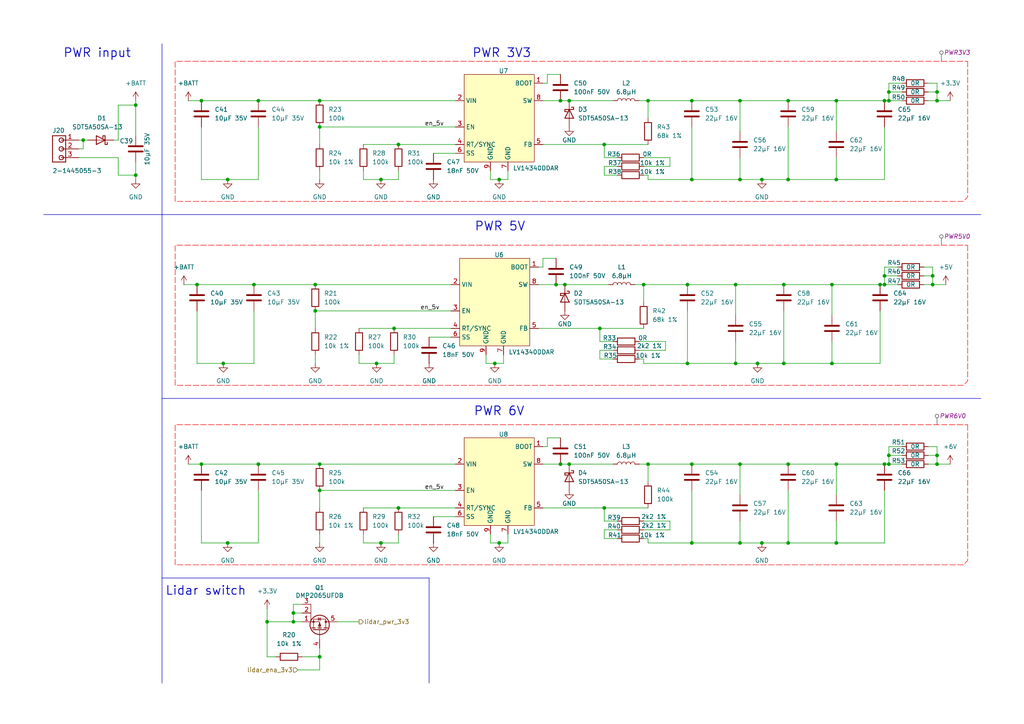
<source format=kicad_sch>
(kicad_sch (version 20250114) (generator "eeschema") (generator_version "9.0")
  (paper "A4")
  (text "Lidar switch" (at 59.69 171.45 0) (effects (font (size 2.54 2.54) (thickness 0.254) (bold yes))))
  (text "PWR input" (at 28.194 15.494 0) (effects (font (size 2.54 2.54) (thickness 0.254) (bold yes))))
  (text "PWR 5V" (at 145.034 65.786 0) (effects (font (size 2.54 2.54) (thickness 0.254) (bold yes))))
  (text "PWR 6V" (at 144.78 119.38 0) (effects (font (size 2.54 2.54) (thickness 0.254) (bold yes))))
  (text "PWR 3V3" (at 145.542 15.494 0) (effects (font (size 2.54 2.54) (thickness 0.254) (bold yes))))
  (junction (at 92.71 29.21))
  (junction (at 144.78 157.48))
  (junction (at 256.54 80.01))
  (junction (at 85.09 177.8))
  (junction (at 187.96 134.62))
  (junction (at 58.42 29.21))
  (junction (at 85.09 180.34))
  (junction (at 110.49 52.07))
  (junction (at 257.81 134.62))
  (junction (at 200.66 157.48))
  (junction (at 66.04 157.48))
  (junction (at 213.36 105.41))
  (junction (at 57.15 82.55))
  (junction (at 242.57 157.48))
  (junction (at 77.47 180.34))
  (junction (at 242.57 134.62))
  (junction (at 64.77 105.41))
  (junction (at 270.51 82.55))
  (junction (at 220.98 157.48))
  (junction (at 161.29 82.55))
  (junction (at 200.66 29.21))
  (junction (at 187.96 29.21))
  (junction (at 39.37 30.48))
  (junction (at 175.26 41.91))
  (junction (at 114.3 95.25))
  (junction (at 256.54 134.62))
  (junction (at 228.6 52.07))
  (junction (at 242.57 29.21))
  (junction (at 214.63 134.62))
  (junction (at 271.78 26.67))
  (junction (at 24.13 40.64))
  (junction (at 73.66 82.55))
  (junction (at 200.66 52.07))
  (junction (at 255.27 82.55))
  (junction (at 228.6 157.48))
  (junction (at 143.51 105.41))
  (junction (at 110.49 157.48))
  (junction (at 163.83 82.55))
  (junction (at 214.63 157.48))
  (junction (at 162.56 134.62))
  (junction (at 227.33 82.55))
  (junction (at 199.39 105.41))
  (junction (at 241.3 82.55))
  (junction (at 241.3 105.41))
  (junction (at 115.57 41.91))
  (junction (at 91.44 90.17))
  (junction (at 219.71 105.41))
  (junction (at 109.22 105.41))
  (junction (at 271.78 132.08))
  (junction (at 165.1 29.21))
  (junction (at 92.71 36.83))
  (junction (at 200.66 134.62))
  (junction (at 74.93 29.21))
  (junction (at 228.6 29.21))
  (junction (at 257.81 132.08))
  (junction (at 175.26 147.32))
  (junction (at 213.36 82.55))
  (junction (at 199.39 82.55))
  (junction (at 220.98 52.07))
  (junction (at 271.78 29.21))
  (junction (at 214.63 52.07))
  (junction (at 74.93 134.62))
  (junction (at 256.54 29.21))
  (junction (at 58.42 134.62))
  (junction (at 227.33 105.41))
  (junction (at 228.6 134.62))
  (junction (at 92.71 190.5))
  (junction (at 92.71 142.24))
  (junction (at 270.51 80.01))
  (junction (at 144.78 52.07))
  (junction (at 257.81 29.21))
  (junction (at 66.04 52.07))
  (junction (at 115.57 147.32))
  (junction (at 257.81 26.67))
  (junction (at 165.1 134.62))
  (junction (at 186.69 82.55))
  (junction (at 242.57 52.07))
  (junction (at 92.71 134.62))
  (junction (at 256.54 82.55))
  (junction (at 214.63 29.21))
  (junction (at 271.78 134.62))
  (junction (at 39.37 50.8))
  (junction (at 162.56 29.21))
  (junction (at 91.44 82.55))
  (junction (at 173.99 95.25))
  (wire (pts (xy 114.3 95.25) (xy 130.81 95.25)))
  (wire (pts (xy 228.6 157.48) (xy 242.57 157.48)))
  (wire (pts (xy 186.69 45.72) (xy 194.31 45.72)))
  (wire (pts (xy 242.57 45.72) (xy 242.57 52.07)))
  (wire (pts (xy 158.75 21.59) (xy 158.75 24.13)))
  (wire (pts (xy 87.63 175.26) (xy 85.09 175.26)))
  (wire (pts (xy 142.24 52.07) (xy 142.24 49.53)))
  (wire (pts (xy 66.04 157.48) (xy 74.93 157.48)))
  (wire (pts (xy 173.99 104.14) (xy 177.8 104.14)))
  (wire (pts (xy 77.47 180.34) (xy 85.09 180.34)))
  (wire (pts (xy 34.29 40.64) (xy 34.29 30.48)))
  (wire (pts (xy 115.57 41.91) (xy 132.08 41.91)))
  (wire (pts (xy 213.36 82.55) (xy 227.33 82.55)))
  (wire (pts (xy 105.41 157.48) (xy 110.49 157.48)))
  (wire (pts (xy 260.35 77.47) (xy 256.54 77.47)))
  (wire (pts (xy 194.31 48.26) (xy 194.31 45.72)))
  (wire (pts (xy 74.93 157.48) (xy 74.93 142.24)))
  (wire (pts (xy 261.62 24.13) (xy 257.81 24.13)))
  (wire (pts (xy 173.99 99.06) (xy 177.8 99.06)))
  (wire (pts (xy 147.32 157.48) (xy 144.78 157.48)))
  (wire (pts (xy 97.79 180.34) (xy 104.14 180.34)))
  (wire (pts (xy 267.97 77.47) (xy 270.51 77.47)))
  (wire (pts (xy 271.78 29.21) (xy 269.24 29.21)))
  (wire (pts (xy 242.57 29.21) (xy 228.6 29.21)))
  (wire (pts (xy 85.09 177.8) (xy 87.63 177.8)))
  (wire (pts (xy 57.15 82.55) (xy 73.66 82.55)))
  (wire (pts (xy 187.96 157.48) (xy 187.96 156.21)))
  (wire (pts (xy 179.07 151.13) (xy 175.26 151.13)))
  (wire (pts (xy 22.86 43.18) (xy 24.13 43.18)))
  (wire (pts (xy 109.22 105.41) (xy 114.3 105.41)))
  (wire (pts (xy 22.86 45.72) (xy 34.29 45.72)))
  (wire (pts (xy 162.56 21.59) (xy 158.75 21.59)))
  (wire (pts (xy 214.63 143.51) (xy 214.63 134.62)))
  (wire (pts (xy 187.96 52.07) (xy 200.66 52.07)))
  (wire (pts (xy 228.6 36.83) (xy 228.6 52.07)))
  (wire (pts (xy 158.75 127) (xy 158.75 129.54)))
  (wire (pts (xy 187.96 134.62) (xy 187.96 139.7)))
  (wire (pts (xy 257.81 134.62) (xy 261.62 134.62)))
  (wire (pts (xy 214.63 151.13) (xy 214.63 157.48)))
  (wire (pts (xy 214.63 45.72) (xy 214.63 52.07)))
  (wire (pts (xy 39.37 39.37) (xy 39.37 30.48)))
  (wire (pts (xy 105.41 52.07) (xy 105.41 49.53)))
  (wire (pts (xy 187.96 134.62) (xy 200.66 134.62)))
  (wire (pts (xy 256.54 36.83) (xy 256.54 52.07)))
  (wire (pts (xy 220.98 157.48) (xy 228.6 157.48)))
  (wire (pts (xy 142.24 52.07) (xy 144.78 52.07)))
  (wire (pts (xy 57.15 105.41) (xy 64.77 105.41)))
  (wire (pts (xy 260.35 80.01) (xy 256.54 80.01)))
  (wire (pts (xy 74.93 134.62) (xy 92.71 134.62)))
  (wire (pts (xy 165.1 29.21) (xy 177.8 29.21)))
  (wire (pts (xy 175.26 50.8) (xy 179.07 50.8)))
  (wire (pts (xy 157.48 74.93) (xy 157.48 77.47)))
  (wire (pts (xy 261.62 26.67) (xy 257.81 26.67)))
  (wire (pts (xy 242.57 52.07) (xy 256.54 52.07)))
  (wire (pts (xy 58.42 52.07) (xy 66.04 52.07)))
  (wire (pts (xy 271.78 134.62) (xy 275.59 134.62)))
  (wire (pts (xy 186.69 48.26) (xy 194.31 48.26)))
  (wire (pts (xy 228.6 142.24) (xy 228.6 157.48)))
  (wire (pts (xy 269.24 26.67) (xy 271.78 26.67)))
  (wire (pts (xy 85.09 175.26) (xy 85.09 177.8)))
  (wire (pts (xy 156.21 82.55) (xy 161.29 82.55)))
  (wire (pts (xy 85.09 177.8) (xy 85.09 180.34)))
  (wire (pts (xy 157.48 29.21) (xy 162.56 29.21)))
  (wire (pts (xy 270.51 82.55) (xy 267.97 82.55)))
  (wire (pts (xy 74.93 52.07) (xy 74.93 36.83)))
  (wire (pts (xy 179.07 153.67) (xy 175.26 153.67)))
  (wire (pts (xy 186.69 82.55) (xy 186.69 87.63)))
  (wire (pts (xy 242.57 151.13) (xy 242.57 157.48)))
  (wire (pts (xy 213.36 99.06) (xy 213.36 105.41)))
  (wire (pts (xy 186.69 153.67) (xy 194.31 153.67)))
  (wire (pts (xy 85.09 180.34) (xy 87.63 180.34)))
  (wire (pts (xy 104.14 105.41) (xy 109.22 105.41)))
  (wire (pts (xy 261.62 129.54) (xy 257.81 129.54)))
  (wire (pts (xy 157.48 147.32) (xy 175.26 147.32)))
  (wire (pts (xy 257.81 29.21) (xy 261.62 29.21)))
  (wire (pts (xy 255.27 90.17) (xy 255.27 105.41)))
  (wire (pts (xy 115.57 157.48) (xy 115.57 154.94)))
  (wire (pts (xy 241.3 91.44) (xy 241.3 82.55)))
  (wire (pts (xy 175.26 41.91) (xy 175.26 45.72)))
  (wire (pts (xy 162.56 127) (xy 158.75 127)))
  (wire (pts (xy 256.54 134.62) (xy 257.81 134.62)))
  (wire (pts (xy 173.99 95.25) (xy 173.99 99.06)))
  (wire (pts (xy 87.63 190.5) (xy 92.71 190.5)))
  (wire (pts (xy 242.57 134.62) (xy 256.54 134.62)))
  (wire (pts (xy 184.15 82.55) (xy 186.69 82.55)))
  (polyline (pts (xy 46.99 115.57) (xy 284.48 115.57)))
  (wire (pts (xy 34.29 50.8) (xy 39.37 50.8)))
  (wire (pts (xy 163.83 82.55) (xy 176.53 82.55)))
  (polyline (pts (xy 46.99 167.64) (xy 124.46 167.64)))
  (wire (pts (xy 257.81 129.54) (xy 257.81 132.08)))
  (wire (pts (xy 186.69 151.13) (xy 194.31 151.13)))
  (wire (pts (xy 53.34 82.55) (xy 57.15 82.55)))
  (wire (pts (xy 185.42 134.62) (xy 187.96 134.62)))
  (wire (pts (xy 256.54 80.01) (xy 256.54 82.55)))
  (wire (pts (xy 110.49 157.48) (xy 115.57 157.48)))
  (wire (pts (xy 242.57 38.1) (xy 242.57 29.21)))
  (wire (pts (xy 92.71 134.62) (xy 132.08 134.62)))
  (wire (pts (xy 73.66 82.55) (xy 91.44 82.55)))
  (wire (pts (xy 34.29 40.64) (xy 33.02 40.64)))
  (wire (pts (xy 186.69 156.21) (xy 187.96 156.21)))
  (wire (pts (xy 92.71 29.21) (xy 132.08 29.21)))
  (wire (pts (xy 74.93 29.21) (xy 92.71 29.21)))
  (wire (pts (xy 91.44 90.17) (xy 91.44 95.25)))
  (wire (pts (xy 161.29 74.93) (xy 157.48 74.93)))
  (wire (pts (xy 257.81 132.08) (xy 257.81 134.62)))
  (wire (pts (xy 269.24 129.54) (xy 271.78 129.54)))
  (wire (pts (xy 256.54 82.55) (xy 260.35 82.55)))
  (wire (pts (xy 185.42 101.6) (xy 193.04 101.6)))
  (wire (pts (xy 199.39 90.17) (xy 199.39 105.41)))
  (wire (pts (xy 175.26 156.21) (xy 179.07 156.21)))
  (polyline (pts (xy 46.99 12.7) (xy 46.99 198.12)))
  (wire (pts (xy 156.21 95.25) (xy 173.99 95.25)))
  (wire (pts (xy 58.42 157.48) (xy 66.04 157.48)))
  (wire (pts (xy 173.99 95.25) (xy 186.69 95.25)))
  (wire (pts (xy 242.57 157.48) (xy 256.54 157.48)))
  (wire (pts (xy 105.41 157.48) (xy 105.41 154.94)))
  (wire (pts (xy 157.48 129.54) (xy 158.75 129.54)))
  (wire (pts (xy 77.47 190.5) (xy 77.47 180.34)))
  (wire (pts (xy 179.07 48.26) (xy 175.26 48.26)))
  (wire (pts (xy 214.63 157.48) (xy 220.98 157.48)))
  (wire (pts (xy 157.48 24.13) (xy 158.75 24.13)))
  (wire (pts (xy 39.37 50.8) (xy 39.37 46.99)))
  (wire (pts (xy 147.32 157.48) (xy 147.32 154.94)))
  (wire (pts (xy 242.57 143.51) (xy 242.57 134.62)))
  (wire (pts (xy 66.04 52.07) (xy 74.93 52.07)))
  (wire (pts (xy 114.3 105.41) (xy 114.3 102.87)))
  (wire (pts (xy 214.63 38.1) (xy 214.63 29.21)))
  (wire (pts (xy 142.24 157.48) (xy 144.78 157.48)))
  (wire (pts (xy 92.71 190.5) (xy 92.71 194.31)))
  (wire (pts (xy 39.37 29.21) (xy 39.37 30.48)))
  (wire (pts (xy 34.29 45.72) (xy 34.29 50.8)))
  (wire (pts (xy 162.56 29.21) (xy 165.1 29.21)))
  (wire (pts (xy 241.3 99.06) (xy 241.3 105.41)))
  (wire (pts (xy 242.57 134.62) (xy 228.6 134.62)))
  (wire (pts (xy 110.49 52.07) (xy 115.57 52.07)))
  (wire (pts (xy 270.51 82.55) (xy 274.32 82.55)))
  (wire (pts (xy 227.33 105.41) (xy 241.3 105.41)))
  (wire (pts (xy 54.61 29.21) (xy 58.42 29.21)))
  (wire (pts (xy 220.98 52.07) (xy 228.6 52.07)))
  (wire (pts (xy 175.26 147.32) (xy 187.96 147.32)))
  (wire (pts (xy 146.05 105.41) (xy 143.51 105.41)))
  (wire (pts (xy 199.39 82.55) (xy 213.36 82.55)))
  (wire (pts (xy 213.36 91.44) (xy 213.36 82.55)))
  (wire (pts (xy 54.61 134.62) (xy 58.42 134.62)))
  (wire (pts (xy 105.41 41.91) (xy 115.57 41.91)))
  (wire (pts (xy 104.14 105.41) (xy 104.14 102.87)))
  (wire (pts (xy 219.71 105.41) (xy 227.33 105.41)))
  (wire (pts (xy 91.44 102.87) (xy 91.44 105.41)))
  (wire (pts (xy 92.71 49.53) (xy 92.71 52.07)))
  (wire (pts (xy 115.57 147.32) (xy 132.08 147.32)))
  (wire (pts (xy 186.69 105.41) (xy 199.39 105.41)))
  (wire (pts (xy 24.13 40.64) (xy 25.4 40.64)))
  (wire (pts (xy 187.96 29.21) (xy 187.96 34.29)))
  (wire (pts (xy 256.54 29.21) (xy 257.81 29.21)))
  (wire (pts (xy 270.51 77.47) (xy 270.51 80.01)))
  (wire (pts (xy 186.69 50.8) (xy 187.96 50.8)))
  (wire (pts (xy 161.29 82.55) (xy 163.83 82.55)))
  (wire (pts (xy 269.24 24.13) (xy 271.78 24.13)))
  (wire (pts (xy 241.3 82.55) (xy 227.33 82.55)))
  (wire (pts (xy 105.41 52.07) (xy 110.49 52.07)))
  (wire (pts (xy 241.3 82.55) (xy 255.27 82.55)))
  (wire (pts (xy 165.1 134.62) (xy 177.8 134.62)))
  (wire (pts (xy 214.63 134.62) (xy 228.6 134.62)))
  (wire (pts (xy 199.39 105.41) (xy 213.36 105.41)))
  (wire (pts (xy 200.66 157.48) (xy 214.63 157.48)))
  (wire (pts (xy 185.42 99.06) (xy 193.04 99.06)))
  (wire (pts (xy 34.29 30.48) (xy 39.37 30.48)))
  (wire (pts (xy 177.8 101.6) (xy 173.99 101.6)))
  (wire (pts (xy 242.57 29.21) (xy 256.54 29.21)))
  (wire (pts (xy 57.15 90.17) (xy 57.15 105.41)))
  (wire (pts (xy 241.3 105.41) (xy 255.27 105.41)))
  (wire (pts (xy 92.71 36.83) (xy 92.71 41.91)))
  (wire (pts (xy 91.44 82.55) (xy 130.81 82.55)))
  (wire (pts (xy 185.42 29.21) (xy 187.96 29.21)))
  (wire (pts (xy 73.66 105.41) (xy 73.66 90.17)))
  (wire (pts (xy 175.26 147.32) (xy 175.26 151.13)))
  (wire (pts (xy 257.81 24.13) (xy 257.81 26.67)))
  (wire (pts (xy 175.26 153.67) (xy 175.26 156.21)))
  (wire (pts (xy 214.63 29.21) (xy 228.6 29.21)))
  (wire (pts (xy 92.71 36.83) (xy 132.08 36.83)))
  (wire (pts (xy 147.32 52.07) (xy 147.32 49.53)))
  (wire (pts (xy 86.36 194.31) (xy 92.71 194.31)))
  (wire (pts (xy 214.63 52.07) (xy 220.98 52.07)))
  (wire (pts (xy 175.26 45.72) (xy 179.07 45.72)))
  (wire (pts (xy 175.26 41.91) (xy 187.96 41.91)))
  (wire (pts (xy 58.42 29.21) (xy 74.93 29.21)))
  (wire (pts (xy 77.47 176.53) (xy 77.47 180.34)))
  (wire (pts (xy 92.71 142.24) (xy 132.08 142.24)))
  (wire (pts (xy 194.31 153.67) (xy 194.31 151.13)))
  (wire (pts (xy 104.14 95.25) (xy 114.3 95.25)))
  (wire (pts (xy 187.96 29.21) (xy 200.66 29.21)))
  (wire (pts (xy 267.97 80.01) (xy 270.51 80.01)))
  (wire (pts (xy 24.13 43.18) (xy 24.13 40.64)))
  (wire (pts (xy 200.66 142.24) (xy 200.66 157.48)))
  (wire (pts (xy 157.48 41.91) (xy 175.26 41.91)))
  (wire (pts (xy 92.71 142.24) (xy 92.71 147.32)))
  (wire (pts (xy 58.42 142.24) (xy 58.42 157.48)))
  (wire (pts (xy 200.66 134.62) (xy 214.63 134.62)))
  (wire (pts (xy 257.81 26.67) (xy 257.81 29.21)))
  (wire (pts (xy 271.78 129.54) (xy 271.78 132.08)))
  (wire (pts (xy 200.66 52.07) (xy 214.63 52.07)))
  (wire (pts (xy 142.24 157.48) (xy 142.24 154.94)))
  (wire (pts (xy 261.62 132.08) (xy 257.81 132.08)))
  (wire (pts (xy 271.78 134.62) (xy 269.24 134.62)))
  (polyline (pts (xy 46.99 62.23) (xy 284.48 62.23)))
  (wire (pts (xy 173.99 101.6) (xy 173.99 104.14)))
  (wire (pts (xy 256.54 77.47) (xy 256.54 80.01)))
  (wire (pts (xy 58.42 36.83) (xy 58.42 52.07)))
  (wire (pts (xy 91.44 90.17) (xy 130.81 90.17)))
  (wire (pts (xy 271.78 132.08) (xy 271.78 134.62)))
  (wire (pts (xy 124.46 97.79) (xy 130.81 97.79)))
  (wire (pts (xy 147.32 52.07) (xy 144.78 52.07)))
  (wire (pts (xy 125.73 44.45) (xy 132.08 44.45)))
  (wire (pts (xy 256.54 142.24) (xy 256.54 157.48)))
  (wire (pts (xy 186.69 105.41) (xy 186.69 104.14)))
  (wire (pts (xy 187.96 157.48) (xy 200.66 157.48)))
  (wire (pts (xy 125.73 149.86) (xy 132.08 149.86)))
  (wire (pts (xy 140.97 105.41) (xy 140.97 102.87)))
  (wire (pts (xy 271.78 24.13) (xy 271.78 26.67)))
  (wire (pts (xy 162.56 134.62) (xy 165.1 134.62)))
  (wire (pts (xy 271.78 26.67) (xy 271.78 29.21)))
  (wire (pts (xy 157.48 134.62) (xy 162.56 134.62)))
  (wire (pts (xy 39.37 52.07) (xy 39.37 50.8)))
  (wire (pts (xy 187.96 52.07) (xy 187.96 50.8)))
  (wire (pts (xy 22.86 40.64) (xy 24.13 40.64)))
  (wire (pts (xy 200.66 36.83) (xy 200.66 52.07)))
  (wire (pts (xy 269.24 132.08) (xy 271.78 132.08)))
  (wire (pts (xy 92.71 154.94) (xy 92.71 157.48)))
  (wire (pts (xy 213.36 105.41) (xy 219.71 105.41)))
  (wire (pts (xy 105.41 147.32) (xy 115.57 147.32)))
  (polyline (pts (xy 12.7 62.23) (xy 46.99 62.23)))
  (wire (pts (xy 270.51 80.01) (xy 270.51 82.55)))
  (wire (pts (xy 255.27 82.55) (xy 256.54 82.55)))
  (wire (pts (xy 80.01 190.5) (xy 77.47 190.5)))
  (wire (pts (xy 185.42 104.14) (xy 186.69 104.14)))
  (wire (pts (xy 271.78 29.21) (xy 275.59 29.21)))
  (wire (pts (xy 140.97 105.41) (xy 143.51 105.41)))
  (wire (pts (xy 156.21 77.47) (xy 157.48 77.47)))
  (wire (pts (xy 92.71 190.5) (xy 92.71 187.96)))
  (polyline (pts (xy 124.46 167.64) (xy 124.46 198.12)))
  (wire (pts (xy 146.05 105.41) (xy 146.05 102.87)))
  (wire (pts (xy 228.6 52.07) (xy 242.57 52.07)))
  (wire (pts (xy 193.04 101.6) (xy 193.04 99.06)))
  (wire (pts (xy 175.26 48.26) (xy 175.26 50.8)))
  (wire (pts (xy 200.66 29.21) (xy 214.63 29.21)))
  (wire (pts (xy 186.69 82.55) (xy 199.39 82.55)))
  (wire (pts (xy 58.42 134.62) (xy 74.93 134.62)))
  (wire (pts (xy 115.57 52.07) (xy 115.57 49.53)))
  (wire (pts (xy 64.77 105.41) (xy 73.66 105.41)))
  (wire (pts (xy 227.33 90.17) (xy 227.33 105.41)))
  (label "en_5v" (at 121.92 90.17 0))
  (label "en_5v" (at 123.19 36.83 0))
  (label "en_5v" (at 123.19 142.24 0))
  (hierarchical_label "lidar_ena_3v3" (shape input) (at 86.36 194.31 180))
  (hierarchical_label "lidar_pwr_3v3" (shape output) (at 104.14 180.34 0))
  (rule_area (polyline (pts (xy 280.67 123.19) (xy 280.67 162.56) (xy 279.4 163.83) (xy 50.8 163.83) (xy 50.8 123.19)) (stroke (width 0) (type dash))))
  (rule_area (polyline (pts (xy 280.67 17.78) (xy 280.67 57.15) (xy 279.4 58.42) (xy 50.8 58.42) (xy 50.8 17.78)) (stroke (width 0) (type dash))))
  (rule_area (polyline (pts (xy 280.67 71.12) (xy 280.67 110.49) (xy 279.4 111.76) (xy 50.8 111.76) (xy 50.8 71.12)) (stroke (width 0) (type dash))))
  (netclass_flag "" (length 2.54) (shape round) (at 273.05 17.78 0) (property "Component Class" "PWR3V3" (at 273.7485 15.24 0) (effects (font (italic yes)) (justify left))))
  (netclass_flag "" (length 2.54) (shape round) (at 273.05 71.12 0) (property "Component Class" "PWR5V0" (at 273.7485 68.58 0) (effects (font (italic yes)) (justify left))))
  (netclass_flag "" (length 2.54) (shape round) (at 271.78 123.19 0) (property "Component Class" "PWR6V0" (at 272.4785 120.65 0) (effects (font (italic yes)) (justify left))))
  (symbol (lib_id "cocotter_capacitors:C_10µF_35V_1206") (at 57.15 86.36 0) (unit 1)
    (property "Reference" "C40" (at 60.96 85.0899 0) (effects (justify left)))
    (property "Value" "10µF 35V" (at 60.96 87.6299 0) (effects (justify left)))
    (property "Footprint" "cocotter_capacitors:C_1206_3216Metric" (effects (hide yes)))
    (property "Description" "Unpolarized capacitor" (effects (hide yes)))
    (property "Specification" "10µF 35V X7R 1206" (effects (hide yes)))
    (property "jlcpcb" "C454102" (effects (hide yes)))
  )
  (symbol (lib_id "cocotter_diodes:SDT5A50SA-13") (at 165.1 33.02 270) (unit 1)
    (property "Reference" "D3" (at 167.64 31.7499 90) (effects (justify left)))
    (property "Value" "SDT5A50SA-13" (at 167.64 34.2899 90) (effects (justify left)))
    (property "Footprint" "cocotter_diodes:D_SMA" (effects (hide yes)))
    (property "Datasheet" "https://www.mouser.fr/datasheet/2/115/DIOD_S_A0006646692_1-2542970.pdf" (effects (hide yes)))
    (property "Description" "50V 520mV@5A 5A SOD-123 Schottky Barrier Diodes" (effects (hide yes)))
    (property "Sim.Device" "D" (effects (hide yes)))
    (property "Sim.Pins" "1=K 2=A" (effects (hide yes)))
    (property "specification" "Vfmax=520mV@5A, Imax = 5A, VR max = 50V" (effects (hide yes)))
    (property "JLCPCB Part #" "C6802582" (effects (hide yes)))
  )
  (symbol (lib_id "power:GND") (at 220.98 157.48 0) (unit 1)
    (property "Reference" "#PWR094" (effects (hide yes)))
    (property "Value" "GND" (at 220.98 162.56 0))
    (property "Description" "Power symbol creates a global label with name \"GND\" , ground" (effects (hide yes)))
  )
  (symbol (lib_id "power:GND") (at 124.46 105.41 0) (unit 1)
    (property "Reference" "#PWR083" (effects (hide yes)))
    (property "Value" "GND" (at 124.46 110.49 0))
    (property "Description" "Power symbol creates a global label with name \"GND\" , ground" (effects (hide yes)))
  )
  (symbol (lib_id "cocotter_resistors:R_10k_0603_1%") (at 92.71 45.72 0) (unit 1)
    (property "Reference" "R24" (at 95.25 44.4499 0) (effects (justify left)))
    (property "Value" "10k 1%" (at 95.25 46.9899 0) (effects (justify left)))
    (property "Footprint" "cocotter_resistor:r0603_reflow" (effects (hide yes)))
    (property "Description" "Resistor" (effects (hide yes)))
    (property "Specification" "10k 0603 1% 100mW" (effects (hide yes)))
    (property "mouser" "603-RC0603FR-10100KL" (effects (hide yes)))
    (property "JLCPCB Part #" "C25804" (effects (hide yes)))
  )
  (symbol (lib_id "power:GND") (at 163.83 90.17 0) (unit 1)
    (property "Reference" "#PWR089" (effects (hide yes)))
    (property "Value" "GND" (at 163.83 93.98 0))
    (property "Description" "Power symbol creates a global label with name \"GND\" , ground" (effects (hide yes)))
  )
  (symbol (lib_id "power:+5V") (at 274.32 82.55 0) (unit 1)
    (property "Reference" "#PWR095" (effects (hide yes)))
    (property "Value" "+5V" (at 274.32 77.47 0))
    (property "Description" "Power symbol creates a global label with name \"+5V\"" (effects (hide yes)))
  )
  (symbol (lib_id "cocotter_capacitors:C_22µF_16V_1206_X5R") (at 241.3 95.25 0) (unit 1)
    (property "Reference" "C61" (at 245.11 93.9799 0) (effects (justify left)))
    (property "Value" "22µF 16V" (at 245.11 96.5199 0) (effects (justify left)))
    (property "Footprint" "cocotter_capacitors:C_1206_3216Metric" (effects (hide yes)))
    (property "Description" "Unpolarized capacitor" (effects (hide yes)))
    (property "Specification" "10µF 16V X7R 0805 " (effects (hide yes)))
  )
  (symbol (lib_id "cocotter_ic:LV14340DDAR") (at 144.78 87.63 0) (unit 1)
    (property "Reference" "U6" (at 144.78 73.914 0))
    (property "Value" "LV14340DDAR" (at 154.178 102.108 0))
    (property "Footprint" "cocotter_ic:DDA0008B" (effects (hide yes)))
    (property "Datasheet" "https://www.ti.com/lit/ds/symlink/lv14340.pdf" (effects (hide yes)))
    (property "Description" "40V, 3.5A, 2MHz, Step-Down Converter" (effects (hide yes)))
  )
  (symbol (lib_id "cocotter_capacitors:C_22µF_16V_1206_X5R") (at 214.63 147.32 0) (unit 1)
    (property "Reference" "C57" (at 218.44 146.0499 0) (effects (justify left)))
    (property "Value" "22µF 16V" (at 218.44 148.5899 0) (effects (justify left)))
    (property "Footprint" "cocotter_capacitors:C_1206_3216Metric" (effects (hide yes)))
    (property "Description" "Unpolarized capacitor" (effects (hide yes)))
    (property "Specification" "10µF 16V X7R 0805 " (effects (hide yes)))
  )
  (symbol (lib_id "cocotter_resistors:R_100k_0603_1%") (at 114.3 99.06 0) (unit 1)
    (property "Reference" "R30" (at 116.84 97.7899 0) (effects (justify left)))
    (property "Value" "100k" (at 116.84 100.3299 0) (effects (justify left)))
    (property "Footprint" "cocotter_resistor:r0603_reflow" (effects (hide yes)))
    (property "Description" "Resistor" (effects (hide yes)))
    (property "Specification" "100k 0603 1% 100mW" (effects (hide yes)))
    (property "mouser" "603-RC0603FR-10100KL" (effects (hide yes)))
    (property "JLCPCB Part #" "C25803" (effects (hide yes)))
  )
  (symbol (lib_id "cocotter_inductors:BMRA0606306R8MA1") (at 181.61 29.21 90) (unit 1)
    (property "Reference" "L2" (at 181.61 24.13 90))
    (property "Value" "6.8µH" (at 181.61 26.67 90))
    (property "Footprint" "cocotter_inductors:BMRx00060630" (effects (hide yes)))
    (property "Datasheet" "https://www.mouser.fr/datasheet/2/447/BMRx_Series-2089782.pdf" (effects (hide yes)))
    (property "Description" "6.8 µH, I rms 8A, Isat 4.5A, DCR 60 mOhms" (effects (hide yes)))
    (property "JLCPCB Part #" "C2838323" (effects (hide yes)))
    (property "MOUSER" "581-LMLP07A7M2R2DTAS" (effects (hide yes)))
  )
  (symbol (lib_id "cocotter_capacitors:C_22µF_16V_1206_X5R") (at 200.66 138.43 0) (unit 1)
    (property "Reference" "C54" (at 204.47 137.1599 0) (effects (justify left)))
    (property "Value" "22µF 16V" (at 204.47 139.6999 0) (effects (justify left)))
    (property "Footprint" "cocotter_capacitors:C_1206_3216Metric" (effects (hide yes)))
    (property "Description" "Unpolarized capacitor" (effects (hide yes)))
    (property "Specification" "10µF 16V X7R 0805 " (effects (hide yes)))
  )
  (symbol (lib_id "cocotter_resistors:R_10k_0603_1%") (at 83.82 190.5 90) (unit 1)
    (property "Reference" "R20" (at 83.82 184.15 90))
    (property "Value" "10k 1%" (at 83.82 186.69 90))
    (property "Footprint" "cocotter_resistor:r0603_reflow" (effects (hide yes)))
    (property "Description" "Resistor" (effects (hide yes)))
    (property "Specification" "10k 0603 1% 100mW" (effects (hide yes)))
    (property "mouser" "603-RC0603FR-10100KL" (effects (hide yes)))
    (property "JLCPCB Part #" "C25804" (effects (hide yes)))
  )
  (symbol (lib_id "cocotter_capacitors:C_22µF_16V_1206_X5R") (at 255.27 86.36 0) (unit 1)
    (property "Reference" "C64" (at 259.08 85.0899 0) (effects (justify left)))
    (property "Value" "22µF 16V" (at 259.08 87.6299 0) (effects (justify left)))
    (property "Footprint" "cocotter_capacitors:C_1206_3216Metric" (effects (hide yes)))
    (property "Description" "Unpolarized capacitor" (effects (hide yes)))
    (property "Specification" "10µF 16V X7R 0805 " (effects (hide yes)))
  )
  (symbol (lib_id "power:GND") (at 165.1 142.24 0) (unit 1)
    (property "Reference" "#PWR091" (effects (hide yes)))
    (property "Value" "GND" (at 165.1 146.05 0))
    (property "Description" "Power symbol creates a global label with name \"GND\" , ground" (effects (hide yes)))
  )
  (symbol (lib_id "cocotter_resistors:R_68k_0603_1%") (at 187.96 38.1 0) (unit 1)
    (property "Reference" "R43" (at 190.5 36.8299 0) (effects (justify left)))
    (property "Value" "68k 1%" (at 190.5 39.3699 0) (effects (justify left)))
    (property "Footprint" "cocotter_resistor:r0603_reflow" (effects (hide yes)))
    (property "Description" "Resistor" (effects (hide yes)))
    (property "Specification" "68k 0603 1% 100mW" (effects (hide yes)))
    (property "JLCPCB Part #" "C23231" (effects (hide yes)))
  )
  (symbol (lib_id "power:+BATT") (at 54.61 29.21 0) (unit 1)
    (property "Reference" "#PWR071" (effects (hide yes)))
    (property "Value" "+BATT" (at 54.61 24.13 0))
    (property "Description" "Power symbol creates a global label with name \"+BATT\"" (effects (hide yes)))
  )
  (symbol (lib_id "power:GND") (at 144.78 157.48 0) (unit 1)
    (property "Reference" "#PWR088" (effects (hide yes)))
    (property "Value" "GND" (at 144.78 162.56 0))
    (property "Description" "Power symbol creates a global label with name \"GND\" , ground" (effects (hide yes)))
  )
  (symbol (lib_id "cocotter_resistors:R_2k2_0603_1%") (at 182.88 151.13 90) (unit 1)
    (property "Reference" "R39" (at 180.086 150.114 90) (effects (justify left)))
    (property "Value" "2k2 1%" (at 193.294 149.86 90) (effects (justify left)))
    (property "Footprint" "cocotter_resistor:r0603_reflow" (effects (hide yes)))
    (property "Description" "Resistor" (effects (hide yes)))
    (property "Specification" "2k2 0603 1% 100mW" (effects (hide yes)))
    (property "mouser" "603-RC0603FR-10100KL" (effects (hide yes)))
    (property "JLCPCB Part #" "C4190" (effects (hide yes)))
  )
  (symbol (lib_id "cocotter_capacitors:C_22µF_16V_1206_X5R") (at 228.6 33.02 0) (unit 1)
    (property "Reference" "C59" (at 232.41 31.7499 0) (effects (justify left)))
    (property "Value" "22µF 16V" (at 232.41 34.2899 0) (effects (justify left)))
    (property "Footprint" "cocotter_capacitors:C_1206_3216Metric" (effects (hide yes)))
    (property "Description" "Unpolarized capacitor" (effects (hide yes)))
    (property "Specification" "10µF 16V X7R 0805 " (effects (hide yes)))
  )
  (symbol (lib_id "cocotter_resistors:R_68k_0603_1%") (at 186.69 91.44 0) (unit 1)
    (property "Reference" "R42" (at 189.23 90.1699 0) (effects (justify left)))
    (property "Value" "68k 1%" (at 189.23 92.7099 0) (effects (justify left)))
    (property "Footprint" "cocotter_resistor:r0603_reflow" (effects (hide yes)))
    (property "Description" "Resistor" (effects (hide yes)))
    (property "Specification" "68k 0603 1% 100mW" (effects (hide yes)))
    (property "JLCPCB Part #" "C23231" (effects (hide yes)))
  )
  (symbol (lib_id "cocotter_resistors:R_0R_0603") (at 265.43 24.13 90) (unit 1)
    (property "Reference" "R48" (at 260.604 22.86 90))
    (property "Value" "0R" (at 265.43 24.13 90))
    (property "Footprint" "cocotter_resistor:r0603_reflow" (effects (hide yes)))
    (property "Description" "Resistor" (effects (hide yes)))
    (property "Specification" "0R 0603 20mOhms max 100mW" (effects (hide yes)))
    (property "JLCPCB Part #" "C431718" (effects (hide yes)))
  )
  (symbol (lib_id "power:+3.3V") (at 275.59 29.21 0) (mirror y) (unit 1)
    (property "Reference" "#PWR096" (effects (hide yes)))
    (property "Value" "+3.3V" (at 275.59 24.13 0))
    (property "Description" "Power symbol creates a global label with name \"+3.3V\"" (effects (hide yes)))
  )
  (symbol (lib_id "cocotter_capacitors:C_22µF_16V_1206_X5R") (at 199.39 86.36 0) (unit 1)
    (property "Reference" "C52" (at 203.2 85.0899 0) (effects (justify left)))
    (property "Value" "22µF 16V" (at 203.2 87.6299 0) (effects (justify left)))
    (property "Footprint" "cocotter_capacitors:C_1206_3216Metric" (effects (hide yes)))
    (property "Description" "Unpolarized capacitor" (effects (hide yes)))
    (property "Specification" "10µF 16V X7R 0805 " (effects (hide yes)))
  )
  (symbol (lib_id "cocotter_capacitors:C_18nF_50V_0603") (at 125.73 48.26 0) (unit 1)
    (property "Reference" "C47" (at 129.54 46.9899 0) (effects (justify left)))
    (property "Value" "18nF 50V" (at 129.54 49.5299 0) (effects (justify left)))
    (property "Footprint" "cocotter_capacitors:C_0603_1608Metric" (effects (hide yes)))
    (property "Description" "Unpolarized capacitor tol +/-10%" (effects (hide yes)))
    (property "Specification" "18nF 50V X7R 0603 " (effects (hide yes)))
    (property "JLCPCB Part #" "C107079 " (effects (hide yes)))
  )
  (symbol (lib_id "power:+BATT") (at 54.61 134.62 0) (unit 1)
    (property "Reference" "#PWR072" (effects (hide yes)))
    (property "Value" "+BATT" (at 54.61 129.54 0))
    (property "Description" "Power symbol creates a global label with name \"+BATT\"" (effects (hide yes)))
  )
  (symbol (lib_id "cocotter_capacitors:C_22µF_16V_1206_X5R") (at 213.36 95.25 0) (unit 1)
    (property "Reference" "C55" (at 217.17 93.9799 0) (effects (justify left)))
    (property "Value" "22µF 16V" (at 217.17 96.5199 0) (effects (justify left)))
    (property "Footprint" "cocotter_capacitors:C_1206_3216Metric" (effects (hide yes)))
    (property "Description" "Unpolarized capacitor" (effects (hide yes)))
    (property "Specification" "10µF 16V X7R 0805 " (effects (hide yes)))
  )
  (symbol (lib_id "cocotter_resistors:R_100k_0603_1%") (at 105.41 45.72 0) (unit 1)
    (property "Reference" "R28" (at 107.95 44.4499 0) (effects (justify left)))
    (property "Value" "100k" (at 107.95 46.9899 0) (effects (justify left)))
    (property "Footprint" "cocotter_resistor:r0603_reflow" (effects (hide yes)))
    (property "Description" "Resistor" (effects (hide yes)))
    (property "Specification" "100k 0603 1% 100mW" (effects (hide yes)))
    (property "mouser" "603-RC0603FR-10100KL" (effects (hide yes)))
    (property "JLCPCB Part #" "C25803" (effects (hide yes)))
  )
  (symbol (lib_id "cocotter_resistors:R_10k_0603_1%") (at 91.44 99.06 0) (unit 1)
    (property "Reference" "R22" (at 93.98 97.7899 0) (effects (justify left)))
    (property "Value" "10k 1%" (at 93.98 100.3299 0) (effects (justify left)))
    (property "Footprint" "cocotter_resistor:r0603_reflow" (effects (hide yes)))
    (property "Description" "Resistor" (effects (hide yes)))
    (property "Specification" "10k 0603 1% 100mW" (effects (hide yes)))
    (property "mouser" "603-RC0603FR-10100KL" (effects (hide yes)))
    (property "JLCPCB Part #" "C25804" (effects (hide yes)))
  )
  (symbol (lib_id "cocotter_capacitors:C_10µF_35V_1206") (at 74.93 138.43 0) (unit 1)
    (property "Reference" "C45" (at 78.74 137.1599 0) (effects (justify left)))
    (property "Value" "10µF 35V" (at 78.74 139.6999 0) (effects (justify left)))
    (property "Footprint" "cocotter_capacitors:C_1206_3216Metric" (effects (hide yes)))
    (property "Description" "Unpolarized capacitor" (effects (hide yes)))
    (property "Specification" "10µF 35V X7R 1206" (effects (hide yes)))
    (property "jlcpcb" "C454102" (effects (hide yes)))
  )
  (symbol (lib_id "cocotter_resistors:R_2k2_0603_1%") (at 181.61 101.6 90) (unit 1)
    (property "Reference" "R34" (at 178.816 100.584 90) (effects (justify left)))
    (property "Value" "2k2 1%" (at 192.024 100.33 90) (effects (justify left)))
    (property "Footprint" "cocotter_resistor:r0603_reflow" (effects (hide yes)))
    (property "Description" "Resistor" (effects (hide yes)))
    (property "Specification" "2k2 0603 1% 100mW" (effects (hide yes)))
    (property "mouser" "603-RC0603FR-10100KL" (effects (hide yes)))
    (property "JLCPCB Part #" "C4190" (effects (hide yes)))
  )
  (symbol (lib_id "cocotter_resistors:R_0R_0603") (at 181.61 99.06 90) (unit 1)
    (property "Reference" "R33" (at 176.784 98.044 90))
    (property "Value" "0R" (at 186.436 98.044 90))
    (property "Footprint" "cocotter_resistor:r0603_reflow" (effects (hide yes)))
    (property "Description" "Resistor" (effects (hide yes)))
    (property "Specification" "0R 0603 20mOhms max 100mW" (effects (hide yes)))
    (property "JLCPCB Part #" "C431718" (effects (hide yes)))
  )
  (symbol (lib_id "power:GND") (at 110.49 52.07 0) (unit 1)
    (property "Reference" "#PWR081" (effects (hide yes)))
    (property "Value" "GND" (at 110.49 57.15 0))
    (property "Description" "Power symbol creates a global label with name \"GND\" , ground" (effects (hide yes)))
  )
  (symbol (lib_id "cocotter_inductors:BMRA0606306R8MA1") (at 181.61 134.62 90) (unit 1)
    (property "Reference" "L3" (at 181.61 129.54 90))
    (property "Value" "6.8µH" (at 181.61 132.08 90))
    (property "Footprint" "cocotter_inductors:BMRx00060630" (effects (hide yes)))
    (property "Datasheet" "https://www.mouser.fr/datasheet/2/447/BMRx_Series-2089782.pdf" (effects (hide yes)))
    (property "Description" "6.8 µH, I rms 8A, Isat 4.5A, DCR 60 mOhms" (effects (hide yes)))
    (property "JLCPCB Part #" "C2838323" (effects (hide yes)))
    (property "MOUSER" "581-LMLP07A7M2R2DTAS" (effects (hide yes)))
  )
  (symbol (lib_id "cocotter_capacitors:C_10µF_35V_1206") (at 58.42 138.43 0) (unit 1)
    (property "Reference" "C42" (at 62.23 137.1599 0) (effects (justify left)))
    (property "Value" "10µF 35V" (at 62.23 139.6999 0) (effects (justify left)))
    (property "Footprint" "cocotter_capacitors:C_1206_3216Metric" (effects (hide yes)))
    (property "Description" "Unpolarized capacitor" (effects (hide yes)))
    (property "Specification" "10µF 35V X7R 1206" (effects (hide yes)))
    (property "jlcpcb" "C454102" (effects (hide yes)))
  )
  (symbol (lib_id "cocotter_resistors:R_10k_0603_1%") (at 92.71 151.13 0) (unit 1)
    (property "Reference" "R26" (at 95.25 149.8599 0) (effects (justify left)))
    (property "Value" "10k 1%" (at 95.25 152.3999 0) (effects (justify left)))
    (property "Footprint" "cocotter_resistor:r0603_reflow" (effects (hide yes)))
    (property "Description" "Resistor" (effects (hide yes)))
    (property "Specification" "10k 0603 1% 100mW" (effects (hide yes)))
    (property "mouser" "603-RC0603FR-10100KL" (effects (hide yes)))
    (property "JLCPCB Part #" "C25804" (effects (hide yes)))
  )
  (symbol (lib_id "cocotter_resistors:R_100k_0603_1%") (at 115.57 45.72 0) (unit 1)
    (property "Reference" "R31" (at 118.11 44.4499 0) (effects (justify left)))
    (property "Value" "100k" (at 118.11 46.9899 0) (effects (justify left)))
    (property "Footprint" "cocotter_resistor:r0603_reflow" (effects (hide yes)))
    (property "Description" "Resistor" (effects (hide yes)))
    (property "Specification" "100k 0603 1% 100mW" (effects (hide yes)))
    (property "mouser" "603-RC0603FR-10100KL" (effects (hide yes)))
    (property "JLCPCB Part #" "C25803" (effects (hide yes)))
  )
  (symbol (lib_id "power:GND") (at 220.98 52.07 0) (unit 1)
    (property "Reference" "#PWR093" (effects (hide yes)))
    (property "Value" "GND" (at 220.98 57.15 0))
    (property "Description" "Power symbol creates a global label with name \"GND\" , ground" (effects (hide yes)))
  )
  (symbol (lib_id "cocotter_resistors:R_100k_0603_1%") (at 92.71 138.43 0) (unit 1)
    (property "Reference" "R25" (at 95.25 137.1599 0) (effects (justify left)))
    (property "Value" "100k" (at 95.25 139.6999 0) (effects (justify left)))
    (property "Footprint" "cocotter_resistor:r0603_reflow" (effects (hide yes)))
    (property "Description" "Resistor" (effects (hide yes)))
    (property "Specification" "100k 0603 1% 100mW" (effects (hide yes)))
    (property "mouser" "603-RC0603FR-10100KL" (effects (hide yes)))
    (property "JLCPCB Part #" "C25803" (effects (hide yes)))
  )
  (symbol (lib_id "cocotter_capacitors:C_22µF_16V_1206_X5R") (at 256.54 138.43 0) (unit 1)
    (property "Reference" "C66" (at 260.35 137.1599 0) (effects (justify left)))
    (property "Value" "22µF 16V" (at 260.35 139.6999 0) (effects (justify left)))
    (property "Footprint" "cocotter_capacitors:C_1206_3216Metric" (effects (hide yes)))
    (property "Description" "Unpolarized capacitor" (effects (hide yes)))
    (property "Specification" "10µF 16V X7R 0805 " (effects (hide yes)))
  )
  (symbol (lib_id "cocotter_capacitors:C_22µF_16V_1206_X5R") (at 242.57 41.91 0) (unit 1)
    (property "Reference" "C62" (at 246.38 40.6399 0) (effects (justify left)))
    (property "Value" "22µF 16V" (at 246.38 43.1799 0) (effects (justify left)))
    (property "Footprint" "cocotter_capacitors:C_1206_3216Metric" (effects (hide yes)))
    (property "Description" "Unpolarized capacitor" (effects (hide yes)))
    (property "Specification" "10µF 16V X7R 0805 " (effects (hide yes)))
  )
  (symbol (lib_id "power:GND") (at 144.78 52.07 0) (unit 1)
    (property "Reference" "#PWR087" (effects (hide yes)))
    (property "Value" "GND" (at 144.78 57.15 0))
    (property "Description" "Power symbol creates a global label with name \"GND\" , ground" (effects (hide yes)))
  )
  (symbol (lib_id "cocotter_capacitors:C_100nF_50V_0603") (at 162.56 25.4 0) (unit 1)
    (property "Reference" "C50" (at 166.37 24.1299 0) (effects (justify left)))
    (property "Value" "100nF 50V" (at 166.37 26.6699 0) (effects (justify left)))
    (property "Footprint" "cocotter_capacitors:C_0603_1608Metric" (effects (hide yes)))
    (property "Description" "Unpolarized capacitor tol +/-10%" (effects (hide yes)))
    (property "Specification" "100nF 50V X7R 0603 " (effects (hide yes)))
    (property "JLCPCB Part #" "C14663" (effects (hide yes)))
  )
  (symbol (lib_id "cocotter_diodes:SDT5A50SA-13") (at 29.21 40.64 180) (unit 1)
    (property "Reference" "D1" (at 29.5275 34.29 0))
    (property "Value" "SDT5A50SA-13" (at 28.2575 36.83 0))
    (property "Footprint" "cocotter_diodes:D_SMA" (effects (hide yes)))
    (property "Datasheet" "https://www.mouser.fr/datasheet/2/115/DIOD_S_A0006646692_1-2542970.pdf" (effects (hide yes)))
    (property "Description" "50V 520mV@5A 5A SOD-123 Schottky Barrier Diodes" (effects (hide yes)))
    (property "Sim.Device" "D" (effects (hide yes)))
    (property "Sim.Pins" "1=K 2=A" (effects (hide yes)))
    (property "specification" "Vfmax=520mV@5A, Imax = 5A, VR max = 50V" (effects (hide yes)))
    (property "JLCPCB Part #" "C6802582" (effects (hide yes)))
  )
  (symbol (lib_id "cocotter_capacitors:C_10µF_35V_1206") (at 74.93 33.02 0) (unit 1)
    (property "Reference" "C44" (at 78.74 31.7499 0) (effects (justify left)))
    (property "Value" "10µF 35V" (at 78.74 34.2899 0) (effects (justify left)))
    (property "Footprint" "cocotter_capacitors:C_1206_3216Metric" (effects (hide yes)))
    (property "Description" "Unpolarized capacitor" (effects (hide yes)))
    (property "Specification" "10µF 35V X7R 1206" (effects (hide yes)))
    (property "jlcpcb" "C454102" (effects (hide yes)))
  )
  (symbol (lib_id "cocotter_capacitors:C_22µF_16V_1206_X5R") (at 227.33 86.36 0) (unit 1)
    (property "Reference" "C58" (at 231.14 85.0899 0) (effects (justify left)))
    (property "Value" "22µF 16V" (at 231.14 87.6299 0) (effects (justify left)))
    (property "Footprint" "cocotter_capacitors:C_1206_3216Metric" (effects (hide yes)))
    (property "Description" "Unpolarized capacitor" (effects (hide yes)))
    (property "Specification" "10µF 16V X7R 0805 " (effects (hide yes)))
  )
  (symbol (lib_id "cocotter_resistors:R_100k_0603_1%") (at 92.71 33.02 0) (unit 1)
    (property "Reference" "R23" (at 95.25 31.7499 0) (effects (justify left)))
    (property "Value" "100k" (at 95.25 34.2899 0) (effects (justify left)))
    (property "Footprint" "cocotter_resistor:r0603_reflow" (effects (hide yes)))
    (property "Description" "Resistor" (effects (hide yes)))
    (property "Specification" "100k 0603 1% 100mW" (effects (hide yes)))
    (property "mouser" "603-RC0603FR-10100KL" (effects (hide yes)))
    (property "JLCPCB Part #" "C25803" (effects (hide yes)))
  )
  (symbol (lib_id "power:GND") (at 66.04 52.07 0) (unit 1)
    (property "Reference" "#PWR074" (effects (hide yes)))
    (property "Value" "GND" (at 66.04 57.15 0))
    (property "Description" "Power symbol creates a global label with name \"GND\" , ground" (effects (hide yes)))
  )
  (symbol (lib_id "power:GND") (at 109.22 105.41 0) (unit 1)
    (property "Reference" "#PWR080" (effects (hide yes)))
    (property "Value" "GND" (at 109.22 110.49 0))
    (property "Description" "Power symbol creates a global label with name \"GND\" , ground" (effects (hide yes)))
  )
  (symbol (lib_id "cocotter_capacitors:C_18nF_50V_0603") (at 124.46 101.6 0) (unit 1)
    (property "Reference" "C46" (at 128.27 100.3299 0) (effects (justify left)))
    (property "Value" "18nF 50V" (at 128.27 102.8699 0) (effects (justify left)))
    (property "Footprint" "cocotter_capacitors:C_0603_1608Metric" (effects (hide yes)))
    (property "Description" "Unpolarized capacitor tol +/-10%" (effects (hide yes)))
    (property "Specification" "18nF 50V X7R 0603 " (effects (hide yes)))
    (property "JLCPCB Part #" "C107079 " (effects (hide yes)))
  )
  (symbol (lib_id "cocotter_resistors:R_100k_0603_1%") (at 115.57 151.13 0) (unit 1)
    (property "Reference" "R32" (at 118.11 149.8599 0) (effects (justify left)))
    (property "Value" "100k" (at 118.11 152.3999 0) (effects (justify left)))
    (property "Footprint" "cocotter_resistor:r0603_reflow" (effects (hide yes)))
    (property "Description" "Resistor" (effects (hide yes)))
    (property "Specification" "100k 0603 1% 100mW" (effects (hide yes)))
    (property "mouser" "603-RC0603FR-10100KL" (effects (hide yes)))
    (property "JLCPCB Part #" "C25803" (effects (hide yes)))
  )
  (symbol (lib_id "power:GND") (at 92.71 157.48 0) (unit 1)
    (property "Reference" "#PWR079" (effects (hide yes)))
    (property "Value" "GND" (at 92.71 162.56 0))
    (property "Description" "Power symbol creates a global label with name \"GND\" , ground" (effects (hide yes)))
  )
  (symbol (lib_id "cocotter_capacitors:C_10µF_35V_1206") (at 73.66 86.36 0) (unit 1)
    (property "Reference" "C43" (at 77.47 85.0899 0) (effects (justify left)))
    (property "Value" "10µF 35V" (at 77.47 87.6299 0) (effects (justify left)))
    (property "Footprint" "cocotter_capacitors:C_1206_3216Metric" (effects (hide yes)))
    (property "Description" "Unpolarized capacitor" (effects (hide yes)))
    (property "Specification" "10µF 35V X7R 1206" (effects (hide yes)))
    (property "jlcpcb" "C454102" (effects (hide yes)))
  )
  (symbol (lib_id "power:GND") (at 143.51 105.41 0) (unit 1)
    (property "Reference" "#PWR086" (effects (hide yes)))
    (property "Value" "GND" (at 143.51 110.49 0))
    (property "Description" "Power symbol creates a global label with name \"GND\" , ground" (effects (hide yes)))
  )
  (symbol (lib_id "power:GND") (at 165.1 36.83 0) (unit 1)
    (property "Reference" "#PWR090" (effects (hide yes)))
    (property "Value" "GND" (at 165.1 40.64 0))
    (property "Description" "Power symbol creates a global label with name \"GND\" , ground" (effects (hide yes)))
  )
  (symbol (lib_id "power:+6V") (at 275.59 134.62 0) (unit 1)
    (property "Reference" "#PWR097" (effects (hide yes)))
    (property "Value" "+6V" (at 275.59 129.54 0))
    (property "Description" "Power symbol creates a global label with name \"+6V\"" (effects (hide yes)))
  )
  (symbol (lib_id "cocotter_ic:LV14340DDAR") (at 146.05 139.7 0) (unit 1)
    (property "Reference" "U8" (at 146.05 125.984 0))
    (property "Value" "LV14340DDAR" (at 155.448 154.178 0))
    (property "Footprint" "cocotter_ic:DDA0008B" (effects (hide yes)))
    (property "Datasheet" "https://www.ti.com/lit/ds/symlink/lv14340.pdf" (effects (hide yes)))
    (property "Description" "40V, 3.5A, 2MHz, Step-Down Converter" (effects (hide yes)))
  )
  (symbol (lib_id "cocotter_resistors:R_0R_0603") (at 265.43 26.67 90) (unit 1)
    (property "Reference" "R49" (at 260.604 25.4 90))
    (property "Value" "0R" (at 265.43 26.67 90))
    (property "Footprint" "cocotter_resistor:r0603_reflow" (effects (hide yes)))
    (property "Description" "Resistor" (effects (hide yes)))
    (property "Specification" "0R 0603 20mOhms max 100mW" (effects (hide yes)))
    (property "JLCPCB Part #" "C431718" (effects (hide yes)))
  )
  (symbol (lib_id "cocotter_capacitors:C_10µF_35V_1206") (at 39.37 43.18 0) (mirror y) (unit 1)
    (property "Reference" "C39" (at 38.608 40.894 0) (effects (justify left)))
    (property "Value" "10µF 35V" (at 42.672 48.006 90) (effects (justify left)))
    (property "Footprint" "cocotter_capacitors:C_1206_3216Metric" (effects (hide yes)))
    (property "Description" "Unpolarized capacitor" (effects (hide yes)))
    (property "Specification" "10µF 35V X7R 1206" (effects (hide yes)))
    (property "jlcpcb" "C454102" (effects (hide yes)))
  )
  (symbol (lib_id "power:GND") (at 110.49 157.48 0) (unit 1)
    (property "Reference" "#PWR082" (effects (hide yes)))
    (property "Value" "GND" (at 110.49 162.56 0))
    (property "Description" "Power symbol creates a global label with name \"GND\" , ground" (effects (hide yes)))
  )
  (symbol (lib_id "cocotter_resistors:R_0R_0603") (at 182.88 45.72 90) (unit 1)
    (property "Reference" "R36" (at 178.054 44.704 90))
    (property "Value" "0R" (at 187.706 44.704 90))
    (property "Footprint" "cocotter_resistor:r0603_reflow" (effects (hide yes)))
    (property "Description" "Resistor" (effects (hide yes)))
    (property "Specification" "0R 0603 20mOhms max 100mW" (effects (hide yes)))
    (property "JLCPCB Part #" "C431718" (effects (hide yes)))
  )
  (symbol (lib_id "cocotter_resistors:R_0R_0603") (at 265.43 29.21 90) (unit 1)
    (property "Reference" "R50" (at 260.604 28.194 90))
    (property "Value" "0R" (at 265.43 29.21 90))
    (property "Footprint" "cocotter_resistor:r0603_reflow" (effects (hide yes)))
    (property "Description" "Resistor" (effects (hide yes)))
    (property "Specification" "0R 0603 20mOhms max 100mW" (effects (hide yes)))
    (property "JLCPCB Part #" "C431718" (effects (hide yes)))
  )
  (symbol (lib_id "cocotter_capacitors:C_22µF_16V_1206_X5R") (at 228.6 138.43 0) (unit 1)
    (property "Reference" "C60" (at 232.41 137.1599 0) (effects (justify left)))
    (property "Value" "22µF 16V" (at 232.41 139.6999 0) (effects (justify left)))
    (property "Footprint" "cocotter_capacitors:C_1206_3216Metric" (effects (hide yes)))
    (property "Description" "Unpolarized capacitor" (effects (hide yes)))
    (property "Specification" "10µF 16V X7R 0805 " (effects (hide yes)))
  )
  (symbol (lib_id "cocotter_resistors:R_100k_0603_1%") (at 104.14 99.06 0) (unit 1)
    (property "Reference" "R27" (at 106.68 97.7899 0) (effects (justify left)))
    (property "Value" "100k" (at 106.68 100.3299 0) (effects (justify left)))
    (property "Footprint" "cocotter_resistor:r0603_reflow" (effects (hide yes)))
    (property "Description" "Resistor" (effects (hide yes)))
    (property "Specification" "100k 0603 1% 100mW" (effects (hide yes)))
    (property "mouser" "603-RC0603FR-10100KL" (effects (hide yes)))
    (property "JLCPCB Part #" "C25803" (effects (hide yes)))
  )
  (symbol (lib_id "cocotter_resistors:R_10k_0603_1%") (at 182.88 156.21 90) (unit 1)
    (property "Reference" "R41" (at 178.308 155.194 90))
    (property "Value" "10k 1%" (at 189.23 155.194 90))
    (property "Footprint" "cocotter_resistor:r0603_reflow" (effects (hide yes)))
    (property "Description" "Resistor" (effects (hide yes)))
    (property "Specification" "10k 0603 1% 100mW" (effects (hide yes)))
    (property "mouser" "603-RC0603FR-10100KL" (effects (hide yes)))
    (property "JLCPCB Part #" "C25804" (effects (hide yes)))
  )
  (symbol (lib_id "power:GND") (at 125.73 157.48 0) (unit 1)
    (property "Reference" "#PWR085" (effects (hide yes)))
    (property "Value" "GND" (at 125.73 162.56 0))
    (property "Description" "Power symbol creates a global label with name \"GND\" , ground" (effects (hide yes)))
  )
  (symbol (lib_id "cocotter_resistors:R_100k_0603_1%") (at 105.41 151.13 0) (unit 1)
    (property "Reference" "R29" (at 107.95 149.8599 0) (effects (justify left)))
    (property "Value" "100k" (at 107.95 152.3999 0) (effects (justify left)))
    (property "Footprint" "cocotter_resistor:r0603_reflow" (effects (hide yes)))
    (property "Description" "Resistor" (effects (hide yes)))
    (property "Specification" "100k 0603 1% 100mW" (effects (hide yes)))
    (property "mouser" "603-RC0603FR-10100KL" (effects (hide yes)))
    (property "JLCPCB Part #" "C25803" (effects (hide yes)))
  )
  (symbol (lib_id "cocotter_diodes:SDT5A50SA-13") (at 165.1 138.43 270) (unit 1)
    (property "Reference" "D4" (at 167.64 137.1599 90) (effects (justify left)))
    (property "Value" "SDT5A50SA-13" (at 167.64 139.6999 90) (effects (justify left)))
    (property "Footprint" "cocotter_diodes:D_SMA" (effects (hide yes)))
    (property "Datasheet" "https://www.mouser.fr/datasheet/2/115/DIOD_S_A0006646692_1-2542970.pdf" (effects (hide yes)))
    (property "Description" "50V 520mV@5A 5A SOD-123 Schottky Barrier Diodes" (effects (hide yes)))
    (property "Sim.Device" "D" (effects (hide yes)))
    (property "Sim.Pins" "1=K 2=A" (effects (hide yes)))
    (property "specification" "Vfmax=520mV@5A, Imax = 5A, VR max = 50V" (effects (hide yes)))
    (property "JLCPCB Part #" "C6802582" (effects (hide yes)))
  )
  (symbol (lib_id "cocotter_capacitors:C_18nF_50V_0603") (at 125.73 153.67 0) (unit 1)
    (property "Reference" "C48" (at 129.54 152.3999 0) (effects (justify left)))
    (property "Value" "18nF 50V" (at 129.54 154.9399 0) (effects (justify left)))
    (property "Footprint" "cocotter_capacitors:C_0603_1608Metric" (effects (hide yes)))
    (property "Description" "Unpolarized capacitor tol +/-10%" (effects (hide yes)))
    (property "Specification" "18nF 50V X7R 0603 " (effects (hide yes)))
    (property "JLCPCB Part #" "C107079 " (effects (hide yes)))
  )
  (symbol (lib_id "cocotter_resistors:R_0R_0603") (at 264.16 80.01 90) (unit 1)
    (property "Reference" "R46" (at 259.334 78.74 90))
    (property "Value" "0R" (at 264.16 80.01 90))
    (property "Footprint" "cocotter_resistor:r0603_reflow" (effects (hide yes)))
    (property "Description" "Resistor" (effects (hide yes)))
    (property "Specification" "0R 0603 20mOhms max 100mW" (effects (hide yes)))
    (property "JLCPCB Part #" "C431718" (effects (hide yes)))
  )
  (symbol (lib_id "cocotter_resistors:R_0R_0603") (at 265.43 129.54 90) (unit 1)
    (property "Reference" "R51" (at 260.604 128.27 90))
    (property "Value" "0R" (at 265.43 129.54 90))
    (property "Footprint" "cocotter_resistor:r0603_reflow" (effects (hide yes)))
    (property "Description" "Resistor" (effects (hide yes)))
    (property "Specification" "0R 0603 20mOhms max 100mW" (effects (hide yes)))
    (property "JLCPCB Part #" "C431718" (effects (hide yes)))
  )
  (symbol (lib_id "power:GND") (at 125.73 52.07 0) (unit 1)
    (property "Reference" "#PWR084" (effects (hide yes)))
    (property "Value" "GND" (at 125.73 57.15 0))
    (property "Description" "Power symbol creates a global label with name \"GND\" , ground" (effects (hide yes)))
  )
  (symbol (lib_id "power:GND") (at 66.04 157.48 0) (unit 1)
    (property "Reference" "#PWR075" (effects (hide yes)))
    (property "Value" "GND" (at 66.04 162.56 0))
    (property "Description" "Power symbol creates a global label with name \"GND\" , ground" (effects (hide yes)))
  )
  (symbol (lib_id "power:GND") (at 219.71 105.41 0) (unit 1)
    (property "Reference" "#PWR092" (effects (hide yes)))
    (property "Value" "GND" (at 219.71 110.49 0))
    (property "Description" "Power symbol creates a global label with name \"GND\" , ground" (effects (hide yes)))
  )
  (symbol (lib_id "cocotter_resistors:R_0R_0603") (at 265.43 134.62 90) (unit 1)
    (property "Reference" "R53" (at 260.604 133.604 90))
    (property "Value" "0R" (at 265.43 134.62 90))
    (property "Footprint" "cocotter_resistor:r0603_reflow" (effects (hide yes)))
    (property "Description" "Resistor" (effects (hide yes)))
    (property "Specification" "0R 0603 20mOhms max 100mW" (effects (hide yes)))
    (property "JLCPCB Part #" "C431718" (effects (hide yes)))
  )
  (symbol (lib_id "cocotter_capacitors:C_100nF_50V_0603") (at 162.56 130.81 0) (unit 1)
    (property "Reference" "C51" (at 166.37 129.5399 0) (effects (justify left)))
    (property "Value" "100nF 50V" (at 166.37 132.0799 0) (effects (justify left)))
    (property "Footprint" "cocotter_capacitors:C_0603_1608Metric" (effects (hide yes)))
    (property "Description" "Unpolarized capacitor tol +/-10%" (effects (hide yes)))
    (property "Specification" "100nF 50V X7R 0603 " (effects (hide yes)))
    (property "JLCPCB Part #" "C14663" (effects (hide yes)))
  )
  (symbol (lib_id "cocotter_capacitors:C_100nF_50V_0603") (at 161.29 78.74 0) (unit 1)
    (property "Reference" "C49" (at 165.1 77.4699 0) (effects (justify left)))
    (property "Value" "100nF 50V" (at 165.1 80.0099 0) (effects (justify left)))
    (property "Footprint" "cocotter_capacitors:C_0603_1608Metric" (effects (hide yes)))
    (property "Description" "Unpolarized capacitor tol +/-10%" (effects (hide yes)))
    (property "Specification" "100nF 50V X7R 0603 " (effects (hide yes)))
    (property "JLCPCB Part #" "C14663" (effects (hide yes)))
  )
  (symbol (lib_id "cocotter_resistors:R_0R_0603") (at 264.16 82.55 90) (unit 1)
    (property "Reference" "R47" (at 259.334 81.534 90))
    (property "Value" "0R" (at 264.16 82.55 90))
    (property "Footprint" "cocotter_resistor:r0603_reflow" (effects (hide yes)))
    (property "Description" "Resistor" (effects (hide yes)))
    (property "Specification" "0R 0603 20mOhms max 100mW" (effects (hide yes)))
    (property "JLCPCB Part #" "C431718" (effects (hide yes)))
  )
  (symbol (lib_id "cocotter_resistors:R_0R_0603") (at 264.16 77.47 90) (unit 1)
    (property "Reference" "R45" (at 259.334 76.2 90))
    (property "Value" "0R" (at 264.16 77.47 90))
    (property "Footprint" "cocotter_resistor:r0603_reflow" (effects (hide yes)))
    (property "Description" "Resistor" (effects (hide yes)))
    (property "Specification" "0R 0603 20mOhms max 100mW" (effects (hide yes)))
    (property "JLCPCB Part #" "C431718" (effects (hide yes)))
  )
  (symbol (lib_id "power:GND") (at 39.37 52.07 0) (unit 1)
    (property "Reference" "#PWR069" (effects (hide yes)))
    (property "Value" "GND" (at 39.37 57.15 0))
    (property "Description" "Power symbol creates a global label with name \"GND\" , ground" (effects (hide yes)))
  )
  (symbol (lib_id "cocotter_resistors:R_100k_0603_1%") (at 91.44 86.36 0) (unit 1)
    (property "Reference" "R21" (at 93.98 85.0899 0) (effects (justify left)))
    (property "Value" "100k" (at 93.98 87.6299 0) (effects (justify left)))
    (property "Footprint" "cocotter_resistor:r0603_reflow" (effects (hide yes)))
    (property "Description" "Resistor" (effects (hide yes)))
    (property "Specification" "100k 0603 1% 100mW" (effects (hide yes)))
    (property "mouser" "603-RC0603FR-10100KL" (effects (hide yes)))
    (property "JLCPCB Part #" "C25803" (effects (hide yes)))
  )
  (symbol (lib_id "cocotter_resistors:R_100k_0603_1%") (at 187.96 143.51 0) (unit 1)
    (property "Reference" "R44" (at 190.5 142.2399 0) (effects (justify left)))
    (property "Value" "100k" (at 190.5 144.7799 0) (effects (justify left)))
    (property "Footprint" "cocotter_resistor:r0603_reflow" (effects (hide yes)))
    (property "Description" "Resistor" (effects (hide yes)))
    (property "Specification" "100k 0603 1% 100mW" (effects (hide yes)))
    (property "mouser" "603-RC0603FR-10100KL" (effects (hide yes)))
    (property "JLCPCB Part #" "C25803" (effects (hide yes)))
  )
  (symbol (lib_id "cocotter_capacitors:C_22µF_16V_1206_X5R") (at 200.66 33.02 0) (unit 1)
    (property "Reference" "C53" (at 204.47 31.7499 0) (effects (justify left)))
    (property "Value" "22µF 16V" (at 204.47 34.2899 0) (effects (justify left)))
    (property "Footprint" "cocotter_capacitors:C_1206_3216Metric" (effects (hide yes)))
    (property "Description" "Unpolarized capacitor" (effects (hide yes)))
    (property "Specification" "10µF 16V X7R 0805 " (effects (hide yes)))
  )
  (symbol (lib_id "cocotter_diodes:SDT5A50SA-13") (at 163.83 86.36 270) (unit 1)
    (property "Reference" "D2" (at 166.37 85.0899 90) (effects (justify left)))
    (property "Value" "SDT5A50SA-13" (at 166.37 87.6299 90) (effects (justify left)))
    (property "Footprint" "cocotter_diodes:D_SMA" (effects (hide yes)))
    (property "Datasheet" "https://www.mouser.fr/datasheet/2/115/DIOD_S_A0006646692_1-2542970.pdf" (effects (hide yes)))
    (property "Description" "50V 520mV@5A 5A SOD-123 Schottky Barrier Diodes" (effects (hide yes)))
    (property "Sim.Device" "D" (effects (hide yes)))
    (property "Sim.Pins" "1=K 2=A" (effects (hide yes)))
    (property "specification" "Vfmax=520mV@5A, Imax = 5A, VR max = 50V" (effects (hide yes)))
    (property "JLCPCB Part #" "C6802582" (effects (hide yes)))
  )
  (symbol (lib_id "cocotter_capacitors:C_10µF_35V_1206") (at 58.42 33.02 0) (unit 1)
    (property "Reference" "C41" (at 62.23 31.7499 0) (effects (justify left)))
    (property "Value" "10µF 35V" (at 62.23 34.2899 0) (effects (justify left)))
    (property "Footprint" "cocotter_capacitors:C_1206_3216Metric" (effects (hide yes)))
    (property "Description" "Unpolarized capacitor" (effects (hide yes)))
    (property "Specification" "10µF 35V X7R 1206" (effects (hide yes)))
    (property "jlcpcb" "C454102" (effects (hide yes)))
  )
  (symbol (lib_id "power:+BATT") (at 39.37 29.21 0) (unit 1)
    (property "Reference" "#PWR068" (effects (hide yes)))
    (property "Value" "+BATT" (at 39.37 24.13 0))
    (property "Description" "Power symbol creates a global label with name \"+BATT\"" (effects (hide yes)))
  )
  (symbol (lib_id "cocotter_resistors:R_10k_0603_1%") (at 182.88 48.26 90) (unit 1)
    (property "Reference" "R37" (at 178.308 47.244 90))
    (property "Value" "10k 1%" (at 189.23 47.244 90))
    (property "Footprint" "cocotter_resistor:r0603_reflow" (effects (hide yes)))
    (property "Description" "Resistor" (effects (hide yes)))
    (property "Specification" "10k 0603 1% 100mW" (effects (hide yes)))
    (property "mouser" "603-RC0603FR-10100KL" (effects (hide yes)))
    (property "JLCPCB Part #" "C25804" (effects (hide yes)))
  )
  (symbol (lib_id "cocotter_capacitors:C_22µF_16V_1206_X5R") (at 256.54 33.02 0) (unit 1)
    (property "Reference" "C65" (at 260.35 31.7499 0) (effects (justify left)))
    (property "Value" "22µF 16V" (at 260.35 34.2899 0) (effects (justify left)))
    (property "Footprint" "cocotter_capacitors:C_1206_3216Metric" (effects (hide yes)))
    (property "Description" "Unpolarized capacitor" (effects (hide yes)))
    (property "Specification" "10µF 16V X7R 0805 " (effects (hide yes)))
  )
  (symbol (lib_id "cocotter_transistors:DMP2008UFG-7") (at 92.71 180.34 270) (mirror x) (unit 1)
    (property "Reference" "Q1" (at 92.71 170.434 90))
    (property "Value" "DMP2065UFDB" (at 92.71 172.72 90))
    (property "Datasheet" "cocotter_transistors:Diodes_PowerDI3333-8" (effects (hide yes)))
    (property "Description" "PMOS, ID MAX -10A @ Vgs=2.5V, 9.8mOhms@Vgs=2.5V, Vgs max 8V, VDS max 20V" (effects (hide yes)))
    (property "JLCPCB Part #" "C461052" (effects (hide yes)))
  )
  (symbol (lib_id "power:GND") (at 64.77 105.41 0) (unit 1)
    (property "Reference" "#PWR073" (effects (hide yes)))
    (property "Value" "GND" (at 64.77 110.49 0))
    (property "Description" "Power symbol creates a global label with name \"GND\" , ground" (effects (hide yes)))
  )
  (symbol (lib_id "cocotter_inductors:BMRA0606306R8MA1") (at 180.34 82.55 90) (unit 1)
    (property "Reference" "L1" (at 180.34 77.47 90))
    (property "Value" "6.8µH" (at 180.34 80.01 90))
    (property "Footprint" "cocotter_inductors:BMRx00060630" (effects (hide yes)))
    (property "Datasheet" "https://www.mouser.fr/datasheet/2/447/BMRx_Series-2089782.pdf" (effects (hide yes)))
    (property "Description" "6.8 µH, I rms 8A, Isat 4.5A, DCR 60 mOhms" (effects (hide yes)))
    (property "JLCPCB Part #" "C2838323" (effects (hide yes)))
    (property "MOUSER" "581-LMLP07A7M2R2DTAS" (effects (hide yes)))
  )
  (symbol (lib_id "cocotter_resistors:R_10k_0603_1%") (at 181.61 104.14 90) (unit 1)
    (property "Reference" "R35" (at 177.038 103.124 90))
    (property "Value" "10k 1%" (at 187.96 103.124 90))
    (property "Footprint" "cocotter_resistor:r0603_reflow" (effects (hide yes)))
    (property "Description" "Resistor" (effects (hide yes)))
    (property "Specification" "10k 0603 1% 100mW" (effects (hide yes)))
    (property "mouser" "603-RC0603FR-10100KL" (effects (hide yes)))
    (property "JLCPCB Part #" "C25804" (effects (hide yes)))
  )
  (symbol (lib_id "cocotter_connectors:2-1445055-3") (at 19.05 44.45 0) (mirror x) (unit 1)
    (property "Reference" "J20" (at 18.796 37.846 0) (effects (justify right)))
    (property "Value" "2-1445055-3" (at 29.464 49.53 0) (effects (justify right)))
    (property "Footprint" "cocotter_connectors:2-1445055-3" (effects (hide yes)))
    (property "Description" "1x3POS micro Mate'n LOK, through hole, right angle" (effects (hide yes)))
    (property "JLCPCB Part #" "C239447" (effects (hide yes)))
  )
  (symbol (lib_id "power:GND") (at 91.44 105.41 0) (unit 1)
    (property "Reference" "#PWR077" (effects (hide yes)))
    (property "Value" "GND" (at 91.44 110.49 0))
    (property "Description" "Power symbol creates a global label with name \"GND\" , ground" (effects (hide yes)))
  )
  (symbol (lib_id "power:GND") (at 92.71 52.07 0) (unit 1)
    (property "Reference" "#PWR078" (effects (hide yes)))
    (property "Value" "GND" (at 92.71 57.15 0))
    (property "Description" "Power symbol creates a global label with name \"GND\" , ground" (effects (hide yes)))
  )
  (symbol (lib_id "cocotter_resistors:R_0R_0603") (at 265.43 132.08 90) (unit 1)
    (property "Reference" "R52" (at 260.604 130.81 90))
    (property "Value" "0R" (at 265.43 132.08 90))
    (property "Footprint" "cocotter_resistor:r0603_reflow" (effects (hide yes)))
    (property "Description" "Resistor" (effects (hide yes)))
    (property "Specification" "0R 0603 20mOhms max 100mW" (effects (hide yes)))
    (property "JLCPCB Part #" "C431718" (effects (hide yes)))
  )
  (symbol (lib_id "cocotter_resistors:R_2k2_0603_1%") (at 182.88 153.67 90) (unit 1)
    (property "Reference" "R40" (at 180.086 152.654 90) (effects (justify left)))
    (property "Value" "2k2 1%" (at 193.294 152.4 90) (effects (justify left)))
    (property "Footprint" "cocotter_resistor:r0603_reflow" (effects (hide yes)))
    (property "Description" "Resistor" (effects (hide yes)))
    (property "Specification" "2k2 0603 1% 100mW" (effects (hide yes)))
    (property "mouser" "603-RC0603FR-10100KL" (effects (hide yes)))
    (property "JLCPCB Part #" "C4190" (effects (hide yes)))
  )
  (symbol (lib_id "cocotter_ic:LV14340DDAR") (at 146.05 34.29 0) (unit 1)
    (property "Reference" "U7" (at 146.05 20.574 0))
    (property "Value" "LV14340DDAR" (at 155.448 48.768 0))
    (property "Footprint" "cocotter_ic:DDA0008B" (effects (hide yes)))
    (property "Datasheet" "https://www.ti.com/lit/ds/symlink/lv14340.pdf" (effects (hide yes)))
    (property "Description" "40V, 3.5A, 2MHz, Step-Down Converter" (effects (hide yes)))
  )
  (symbol (lib_id "cocotter_capacitors:C_22µF_16V_1206_X5R") (at 214.63 41.91 0) (unit 1)
    (property "Reference" "C56" (at 218.44 40.6399 0) (effects (justify left)))
    (property "Value" "22µF 16V" (at 218.44 43.1799 0) (effects (justify left)))
    (property "Footprint" "cocotter_capacitors:C_1206_3216Metric" (effects (hide yes)))
    (property "Description" "Unpolarized capacitor" (effects (hide yes)))
    (property "Specification" "10µF 16V X7R 0805 " (effects (hide yes)))
  )
  (symbol (lib_id "cocotter_resistors:R_10k_0603_1%") (at 182.88 50.8 90) (unit 1)
    (property "Reference" "R38" (at 178.308 49.784 90))
    (property "Value" "10k 1%" (at 189.23 49.784 90))
    (property "Footprint" "cocotter_resistor:r0603_reflow" (effects (hide yes)))
    (property "Description" "Resistor" (effects (hide yes)))
    (property "Specification" "10k 0603 1% 100mW" (effects (hide yes)))
    (property "mouser" "603-RC0603FR-10100KL" (effects (hide yes)))
    (property "JLCPCB Part #" "C25804" (effects (hide yes)))
  )
  (symbol (lib_id "power:+3.3V") (at 77.47 176.53 0) (mirror y) (unit 1)
    (property "Reference" "#PWR076" (effects (hide yes)))
    (property "Value" "+3.3V" (at 77.47 171.45 0))
    (property "Description" "Power symbol creates a global label with name \"+3.3V\"" (effects (hide yes)))
  )
  (symbol (lib_id "power:+BATT") (at 53.34 82.55 0) (unit 1)
    (property "Reference" "#PWR070" (effects (hide yes)))
    (property "Value" "+BATT" (at 53.34 77.47 0))
    (property "Description" "Power symbol creates a global label with name \"+BATT\"" (effects (hide yes)))
  )
  (symbol (lib_id "cocotter_capacitors:C_22µF_16V_1206_X5R") (at 242.57 147.32 0) (unit 1)
    (property "Reference" "C63" (at 246.38 146.0499 0) (effects (justify left)))
    (property "Value" "22µF 16V" (at 246.38 148.5899 0) (effects (justify left)))
    (property "Footprint" "cocotter_capacitors:C_1206_3216Metric" (effects (hide yes)))
    (property "Description" "Unpolarized capacitor" (effects (hide yes)))
    (property "Specification" "10µF 16V X7R 0805 " (effects (hide yes)))
  )
)
</source>
